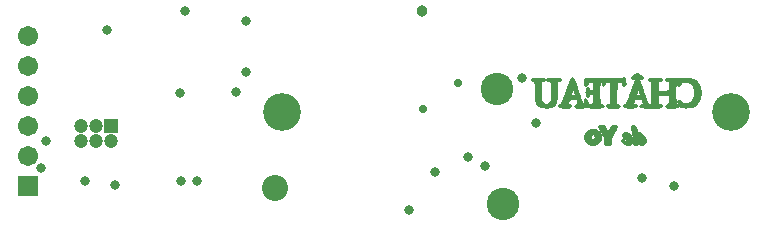
<source format=gbs>
G04 Layer_Color=16711935*
%FSLAX25Y25*%
%MOIN*%
G70*
G01*
G75*
%ADD27C,0.01000*%
%ADD65C,0.12611*%
%ADD66C,0.08674*%
%ADD67R,0.06706X0.06706*%
%ADD68C,0.06706*%
%ADD69C,0.04737*%
%ADD70R,0.04737X0.04737*%
%ADD71C,0.03300*%
%ADD72C,0.10800*%
%ADD73C,0.03800*%
%ADD74C,0.02800*%
D27*
X308200Y152200D02*
X308500D01*
X308800Y129600D02*
X310900D01*
X309600Y129700D02*
X310900D01*
X309700Y129800D02*
X310900D01*
X307900Y152000D02*
X308800D01*
X293300Y128900D02*
X293900D01*
X304800D02*
X305700D01*
X307700D02*
X308200D01*
X309700D02*
X310300D01*
X292800Y129000D02*
X294400D01*
X297800D02*
X299300D01*
X304600D02*
X305900D01*
X307500D02*
X308300D01*
X309500D02*
X310500D01*
X292500Y129100D02*
X294700D01*
X297800D02*
X299400D01*
X304400D02*
X306100D01*
X307300D02*
X308400D01*
X309400D02*
X310600D01*
X292300Y129200D02*
X294900D01*
X297800D02*
X299300D01*
X304200D02*
X306200D01*
X307200D02*
X308500D01*
X309200D02*
X310700D01*
X292100Y129300D02*
X295100D01*
X297800D02*
X299300D01*
X304100D02*
X306300D01*
X307100D02*
X308500D01*
X309100D02*
X310700D01*
X292000Y129400D02*
X295300D01*
X297800D02*
X299300D01*
X303900D02*
X306400D01*
X307000D02*
X308500D01*
X309000D02*
X310800D01*
X291800Y129500D02*
X295400D01*
X297800D02*
X299300D01*
X303800D02*
X306400D01*
X306900D02*
X308600D01*
X308900D02*
X310800D01*
X291700Y129600D02*
X295500D01*
X297800D02*
X299300D01*
X303700D02*
X304500D01*
X304900D02*
X306500D01*
X306800D02*
X308600D01*
X291600Y129700D02*
X295600D01*
X297800D02*
X299300D01*
X303600D02*
X304200D01*
X305200D02*
X306500D01*
X306700D02*
X307300D01*
X307400D02*
X308600D01*
X308800D02*
X309400D01*
X291600Y129800D02*
X295600D01*
X297800D02*
X299300D01*
X303500D02*
X304100D01*
X305300D02*
X306500D01*
X306600D02*
X307100D01*
X307500D02*
X308600D01*
X308700D02*
X309200D01*
X291500Y129900D02*
X295700D01*
X297800D02*
X299300D01*
X303400D02*
X304000D01*
X305400D02*
X307000D01*
X307600D02*
X309000D01*
X309800D02*
X310900D01*
X291400Y130000D02*
X295800D01*
X297800D02*
X299300D01*
X303400D02*
X303800D01*
X305400D02*
X306900D01*
X307600D02*
X309000D01*
X309800D02*
X310900D01*
X291400Y130100D02*
X293400D01*
X293800D02*
X295800D01*
X297800D02*
X299300D01*
X303400D02*
X303700D01*
X305500D02*
X306800D01*
X307600D02*
X308900D01*
X309800D02*
X310900D01*
X291300Y130200D02*
X293100D01*
X294100D02*
X295900D01*
X297800D02*
X299300D01*
X303400D02*
X303600D01*
X305500D02*
X306700D01*
X307600D02*
X308800D01*
X309800D02*
X310900D01*
X291300Y130300D02*
X293000D01*
X294200D02*
X295900D01*
X297800D02*
X299300D01*
X303400D02*
X303500D01*
X305500D02*
X306600D01*
X307600D02*
X308800D01*
X309800D02*
X310900D01*
X291200Y130400D02*
X292900D01*
X294300D02*
X296000D01*
X297800D02*
X299300D01*
X305300D02*
X306500D01*
X307500D02*
X308700D01*
X309800D02*
X310900D01*
X291200Y130500D02*
X292800D01*
X294400D02*
X296000D01*
X297800D02*
X299300D01*
X305000D02*
X306500D01*
X307500D02*
X308700D01*
X309800D02*
X310900D01*
X291200Y130600D02*
X292800D01*
X294500D02*
X296000D01*
X297800D02*
X299300D01*
X304800D02*
X306500D01*
X307500D02*
X308600D01*
X309800D02*
X310900D01*
X291200Y130700D02*
X292700D01*
X294500D02*
X296100D01*
X297800D02*
X299300D01*
X304600D02*
X305500D01*
X305600D02*
X306500D01*
X307500D02*
X308600D01*
X309700D02*
X310800D01*
X291100Y130800D02*
X292700D01*
X294500D02*
X296100D01*
X297800D02*
X299300D01*
X304400D02*
X305200D01*
X305600D02*
X306500D01*
X307500D02*
X308500D01*
X309700D02*
X310800D01*
X291100Y130900D02*
X292700D01*
X294600D02*
X296100D01*
X297800D02*
X299400D01*
X304200D02*
X305000D01*
X305500D02*
X306400D01*
X307500D02*
X308500D01*
X309700D02*
X310800D01*
X291100Y131000D02*
X292600D01*
X294600D02*
X296100D01*
X297700D02*
X299400D01*
X304100D02*
X304900D01*
X305500D02*
X306400D01*
X307400D02*
X308500D01*
X309700D02*
X310700D01*
X291100Y131100D02*
X292600D01*
X294600D02*
X296100D01*
X297700D02*
X299500D01*
X304000D02*
X304800D01*
X305500D02*
X306400D01*
X307400D02*
X308500D01*
X309600D02*
X310700D01*
X291100Y131200D02*
X292600D01*
X294600D02*
X296100D01*
X297600D02*
X299600D01*
X303900D02*
X304700D01*
X305500D02*
X306300D01*
X307400D02*
X308400D01*
X309600D02*
X310600D01*
X291100Y131300D02*
X292600D01*
X294600D02*
X296100D01*
X297600D02*
X299600D01*
X303900D02*
X304700D01*
X305500D02*
X306300D01*
X307400D02*
X308400D01*
X309500D02*
X310500D01*
X291100Y131400D02*
X292600D01*
X294600D02*
X296100D01*
X297500D02*
X299700D01*
X303800D02*
X304600D01*
X305500D02*
X306200D01*
X307400D02*
X308400D01*
X309500D02*
X310500D01*
X291100Y131500D02*
X292700D01*
X294600D02*
X296100D01*
X297500D02*
X299700D01*
X303800D02*
X304600D01*
X305400D02*
X306100D01*
X307300D02*
X308400D01*
X309400D02*
X310400D01*
X291100Y131600D02*
X292700D01*
X294500D02*
X296100D01*
X297400D02*
X299800D01*
X303700D02*
X304600D01*
X305400D02*
X306100D01*
X307300D02*
X308400D01*
X309400D02*
X310300D01*
X291200Y131700D02*
X292700D01*
X294500D02*
X296100D01*
X297400D02*
X299800D01*
X303700D02*
X304600D01*
X305300D02*
X306000D01*
X307300D02*
X308400D01*
X309300D02*
X310200D01*
X291200Y131800D02*
X292700D01*
X294500D02*
X296000D01*
X297300D02*
X299900D01*
X303700D02*
X304600D01*
X305200D02*
X305900D01*
X307300D02*
X308400D01*
X309200D02*
X310200D01*
X291200Y131900D02*
X292800D01*
X294400D02*
X296000D01*
X297200D02*
X299900D01*
X303800D02*
X304600D01*
X305200D02*
X305800D01*
X307200D02*
X308500D01*
X309200D02*
X310100D01*
X291200Y132000D02*
X292900D01*
X294300D02*
X296000D01*
X297200D02*
X300000D01*
X303800D02*
X304600D01*
X305100D02*
X305700D01*
X307200D02*
X308500D01*
X309000D02*
X309900D01*
X291300Y132100D02*
X293000D01*
X294300D02*
X296000D01*
X297100D02*
X300000D01*
X303800D02*
X305600D01*
X307200D02*
X309800D01*
X291300Y132200D02*
X293100D01*
X294100D02*
X295900D01*
X297100D02*
X300100D01*
X303900D02*
X305400D01*
X307200D02*
X309700D01*
X291400Y132300D02*
X293300D01*
X293900D02*
X295900D01*
X297000D02*
X300200D01*
X304000D02*
X305300D01*
X307200D02*
X308200D01*
X308300D02*
X309500D01*
X291400Y132400D02*
X295800D01*
X297000D02*
X298500D01*
X298600D02*
X300200D01*
X304200D02*
X305000D01*
X307100D02*
X308200D01*
X308500D02*
X309300D01*
X291500Y132500D02*
X295800D01*
X296900D02*
X298500D01*
X298700D02*
X300300D01*
X307100D02*
X308200D01*
X291500Y132600D02*
X295700D01*
X296900D02*
X298400D01*
X298700D02*
X300300D01*
X307100D02*
X308100D01*
X291600Y132700D02*
X295600D01*
X296800D02*
X298400D01*
X298800D02*
X300400D01*
X307100D02*
X308100D01*
X291700Y132800D02*
X295500D01*
X296800D02*
X298300D01*
X298800D02*
X300400D01*
X307000D02*
X308100D01*
X291800Y132900D02*
X295400D01*
X296700D02*
X298300D01*
X298900D02*
X300500D01*
X307000D02*
X308100D01*
X291900Y133000D02*
X295300D01*
X296700D02*
X298200D01*
X299000D02*
X300500D01*
X307000D02*
X308100D01*
X292000Y133100D02*
X295200D01*
X296600D02*
X298200D01*
X299000D02*
X300600D01*
X307000D02*
X308000D01*
X292200Y133200D02*
X295000D01*
X296600D02*
X298100D01*
X299100D02*
X300600D01*
X306900D02*
X308000D01*
X292400Y133300D02*
X294800D01*
X296500D02*
X298100D01*
X299100D02*
X300700D01*
X306900D02*
X308000D01*
X292600Y133400D02*
X294600D01*
X296400D02*
X298000D01*
X299200D02*
X300700D01*
X306900D02*
X308000D01*
X293000Y133500D02*
X294200D01*
X296400D02*
X297900D01*
X299200D02*
X300800D01*
X306900D02*
X307900D01*
X296300Y133600D02*
X297900D01*
X299300D02*
X300900D01*
X306800D02*
X307900D01*
X296300Y133700D02*
X297800D01*
X299300D02*
X300900D01*
X306800D02*
X307900D01*
X296200Y133800D02*
X297800D01*
X299400D02*
X301000D01*
X306800D02*
X307900D01*
X296200Y133900D02*
X297700D01*
X299500D02*
X301000D01*
X306800D02*
X307800D01*
X296100Y134000D02*
X297700D01*
X299500D02*
X301100D01*
X306700D02*
X307800D01*
X296100Y134100D02*
X297600D01*
X299600D02*
X301100D01*
X306700D02*
X307800D01*
X296000Y134200D02*
X297600D01*
X299600D02*
X301200D01*
X306700D02*
X307800D01*
X296000Y134300D02*
X297500D01*
X299700D02*
X301200D01*
X306700D02*
X307700D01*
X295900Y134400D02*
X297500D01*
X299700D02*
X301300D01*
X306600D02*
X307700D01*
X295900Y134500D02*
X297400D01*
X299800D02*
X301300D01*
X306600D02*
X307700D01*
X295800Y134600D02*
X297400D01*
X299800D02*
X301400D01*
X306600D02*
X307700D01*
X295700Y134700D02*
X297300D01*
X299900D02*
X301500D01*
X306600D02*
X307400D01*
X295700Y134800D02*
X297200D01*
X299900D02*
X301500D01*
X306600D02*
X306800D01*
X277700Y141300D02*
X278600D01*
X283300D02*
X285800D01*
X288200D02*
X290400D01*
X292600D02*
X296000D01*
X298800D02*
X302100D01*
X304900D02*
X306900D01*
X310700D02*
X315600D01*
X318400D02*
X321200D01*
X324300D02*
X324800D01*
X276800Y141400D02*
X279400D01*
X282600D02*
X286200D01*
X287900D02*
X290700D01*
X291200D02*
X296800D01*
X298400D02*
X302400D01*
X304200D02*
X307800D01*
X309800D02*
X316300D01*
X318100D02*
X321800D01*
X323100D02*
X326100D01*
X276400Y141500D02*
X279700D01*
X282300D02*
X286200D01*
X287800D02*
X290800D01*
X291200D02*
X296900D01*
X298400D02*
X302500D01*
X304100D02*
X308000D01*
X309500D02*
X316500D01*
X318100D02*
X321900D01*
X322900D02*
X326600D01*
X276100Y141600D02*
X279900D01*
X282300D02*
X286100D01*
X287800D02*
X290800D01*
X291200D02*
X296800D01*
X298400D02*
X302400D01*
X304100D02*
X308000D01*
X309600D02*
X316500D01*
X318200D02*
X321800D01*
X322800D02*
X326900D01*
X275800Y141700D02*
X280100D01*
X282400D02*
X286000D01*
X288000D02*
X290700D01*
X291200D02*
X296600D01*
X298500D02*
X302200D01*
X304200D02*
X307900D01*
X309800D02*
X316300D01*
X318300D02*
X321700D01*
X322700D02*
X327100D01*
X275700Y141800D02*
X280300D01*
X282800D02*
X285700D01*
X288600D02*
X290300D01*
X291200D02*
X296200D01*
X298800D02*
X302000D01*
X304400D02*
X307200D01*
X310200D02*
X312300D01*
X312800D02*
X316000D01*
X318600D02*
X321500D01*
X322600D02*
X327300D01*
X275500Y141900D02*
X280400D01*
X283000D02*
X285300D01*
X288700D02*
X290200D01*
X291200D02*
X296000D01*
X299200D02*
X301500D01*
X304700D02*
X307000D01*
X310400D02*
X312100D01*
X313200D02*
X315600D01*
X318900D02*
X321300D01*
X322600D02*
X327400D01*
X275400Y142000D02*
X277800D01*
X278100D02*
X280600D01*
X283100D02*
X285100D01*
X288800D02*
X290100D01*
X291200D02*
X292300D01*
X293000D02*
X295900D01*
X299600D02*
X301200D01*
X304800D02*
X306900D01*
X310500D02*
X312000D01*
X313500D02*
X315100D01*
X319000D02*
X321200D01*
X322500D02*
X327600D01*
X275300Y142100D02*
X277400D01*
X278600D02*
X280700D01*
X283100D02*
X285000D01*
X288800D02*
X290000D01*
X291200D02*
X292000D01*
X293500D02*
X295800D01*
X299700D02*
X301200D01*
X304900D02*
X306800D01*
X310500D02*
X311900D01*
X313500D02*
X315000D01*
X319100D02*
X321200D01*
X322500D02*
X327700D01*
X275200Y142200D02*
X277200D01*
X278800D02*
X280800D01*
X283200D02*
X285000D01*
X288800D02*
X290000D01*
X291200D02*
X291900D01*
X293700D02*
X295800D01*
X299700D02*
X301200D01*
X305000D02*
X306800D01*
X310600D02*
X311800D01*
X313500D02*
X315000D01*
X319200D02*
X321100D01*
X322400D02*
X323900D01*
X325200D02*
X327800D01*
X275200Y142300D02*
X277000D01*
X279000D02*
X280800D01*
X283300D02*
X284900D01*
X288800D02*
X289900D01*
X291200D02*
X291800D01*
X293800D02*
X295800D01*
X299700D02*
X301200D01*
X305000D02*
X306800D01*
X310600D02*
X311700D01*
X313500D02*
X315000D01*
X319200D02*
X321100D01*
X322400D02*
X323600D01*
X325600D02*
X327900D01*
X275100Y142400D02*
X276900D01*
X279100D02*
X280900D01*
X283300D02*
X285000D01*
X288900D02*
X289900D01*
X291200D02*
X291800D01*
X293900D02*
X295700D01*
X299700D02*
X301200D01*
X305100D02*
X306800D01*
X310600D02*
X311700D01*
X313500D02*
X315000D01*
X319200D02*
X321100D01*
X322300D02*
X323400D01*
X325800D02*
X328000D01*
X275100Y142500D02*
X276700D01*
X279200D02*
X281000D01*
X283400D02*
X285000D01*
X288900D02*
X289800D01*
X291100D02*
X291700D01*
X294000D02*
X295700D01*
X299700D02*
X301200D01*
X305100D02*
X306800D01*
X310600D02*
X311600D01*
X313500D02*
X315000D01*
X319300D02*
X321000D01*
X322300D02*
X323200D01*
X326000D02*
X328100D01*
X275000Y142600D02*
X276600D01*
X279400D02*
X281000D01*
X283400D02*
X285000D01*
X288800D02*
X289800D01*
X291100D02*
X291600D01*
X294000D02*
X295700D01*
X299700D02*
X301200D01*
X305200D02*
X306800D01*
X310600D02*
X311500D01*
X313500D02*
X315000D01*
X319300D02*
X321000D01*
X322300D02*
X323100D01*
X326100D02*
X328200D01*
X275000Y142700D02*
X276600D01*
X279500D02*
X281000D01*
X283500D02*
X285000D01*
X288800D02*
X289700D01*
X291100D02*
X291600D01*
X294100D02*
X295700D01*
X299700D02*
X301200D01*
X305200D02*
X306800D01*
X310600D02*
X311500D01*
X313500D02*
X315000D01*
X319300D02*
X321000D01*
X322200D02*
X322900D01*
X326300D02*
X328300D01*
X274900Y142800D02*
X276500D01*
X279600D02*
X281100D01*
X283500D02*
X285100D01*
X288800D02*
X289700D01*
X291100D02*
X291600D01*
X294100D02*
X295700D01*
X299700D02*
X301200D01*
X305300D02*
X306800D01*
X310600D02*
X311400D01*
X313500D02*
X315000D01*
X319300D02*
X321000D01*
X322200D02*
X322800D01*
X326400D02*
X328400D01*
X274900Y142900D02*
X276400D01*
X279600D02*
X281100D01*
X283600D02*
X285100D01*
X288800D02*
X289600D01*
X291100D02*
X291500D01*
X294100D02*
X295700D01*
X299700D02*
X301200D01*
X305300D02*
X306900D01*
X310600D02*
X311400D01*
X313500D02*
X315000D01*
X319300D02*
X320900D01*
X322200D02*
X322700D01*
X326500D02*
X328400D01*
X274900Y143000D02*
X276300D01*
X279700D02*
X281100D01*
X283600D02*
X285200D01*
X288800D02*
X289600D01*
X291100D02*
X291500D01*
X294100D02*
X295600D01*
X299700D02*
X301200D01*
X305300D02*
X306900D01*
X310500D02*
X311400D01*
X313500D02*
X315000D01*
X319400D02*
X320900D01*
X322200D02*
X322600D01*
X326600D02*
X328500D01*
X274900Y143100D02*
X276300D01*
X279800D02*
X281200D01*
X283700D02*
X285200D01*
X288800D02*
X289600D01*
X291100D02*
X291400D01*
X294100D02*
X295600D01*
X299700D02*
X301200D01*
X305400D02*
X306900D01*
X310500D02*
X311300D01*
X313500D02*
X315000D01*
X319400D02*
X320900D01*
X322200D02*
X322600D01*
X326700D02*
X328600D01*
X274800Y143200D02*
X276200D01*
X279800D02*
X281200D01*
X283700D02*
X285200D01*
X288700D02*
X289500D01*
X291100D02*
X291400D01*
X294100D02*
X295600D01*
X299700D02*
X301200D01*
X305400D02*
X307000D01*
X310500D02*
X311300D01*
X313500D02*
X315000D01*
X319400D02*
X320900D01*
X322200D02*
X322400D01*
X326800D02*
X328600D01*
X274800Y143300D02*
X276200D01*
X279800D02*
X281200D01*
X283800D02*
X285300D01*
X288700D02*
X289500D01*
X291100D02*
X291300D01*
X294200D02*
X295600D01*
X299700D02*
X301200D01*
X305500D02*
X307000D01*
X310400D02*
X311200D01*
X313500D02*
X315000D01*
X319400D02*
X320900D01*
X326900D02*
X328700D01*
X274800Y143400D02*
X276200D01*
X279900D02*
X281200D01*
X283800D02*
X285300D01*
X288700D02*
X289400D01*
X291100D02*
X291300D01*
X294200D02*
X295600D01*
X299700D02*
X301200D01*
X305500D02*
X307000D01*
X310400D02*
X311200D01*
X313500D02*
X315000D01*
X319400D02*
X320900D01*
X327000D02*
X328700D01*
X274800Y143500D02*
X276200D01*
X279900D02*
X281200D01*
X283800D02*
X285400D01*
X288600D02*
X289400D01*
X291100D02*
X291300D01*
X294200D02*
X295600D01*
X299700D02*
X301200D01*
X305500D02*
X307000D01*
X310300D02*
X311100D01*
X313500D02*
X315000D01*
X319400D02*
X320900D01*
X327000D02*
X328800D01*
X274800Y143600D02*
X276200D01*
X279900D02*
X281200D01*
X283900D02*
X285400D01*
X288600D02*
X289400D01*
X291100D02*
X291200D01*
X294200D02*
X295600D01*
X299700D02*
X301200D01*
X305600D02*
X307100D01*
X310300D02*
X311100D01*
X313500D02*
X315000D01*
X319400D02*
X320900D01*
X327100D02*
X328800D01*
X274700Y143700D02*
X276100D01*
X279900D02*
X281300D01*
X283900D02*
X285500D01*
X288600D02*
X289300D01*
X291100D02*
X291200D01*
X294200D02*
X295600D01*
X299700D02*
X301200D01*
X305600D02*
X307100D01*
X310200D02*
X311100D01*
X313500D02*
X315000D01*
X319400D02*
X320900D01*
X327200D02*
X328900D01*
X274700Y143800D02*
X276100D01*
X280000D02*
X281300D01*
X284000D02*
X285600D01*
X288600D02*
X289300D01*
X294200D02*
X295600D01*
X299700D02*
X301200D01*
X305600D02*
X307100D01*
X310200D02*
X311000D01*
X313500D02*
X315000D01*
X319400D02*
X320800D01*
X327200D02*
X328900D01*
X274700Y143900D02*
X276100D01*
X280000D02*
X281300D01*
X284000D02*
X285700D01*
X288500D02*
X289300D01*
X294200D02*
X295500D01*
X299700D02*
X301200D01*
X305700D02*
X307200D01*
X310100D02*
X311000D01*
X313500D02*
X315000D01*
X319500D02*
X320800D01*
X327300D02*
X329000D01*
X274700Y144000D02*
X276100D01*
X280000D02*
X281300D01*
X284000D02*
X285900D01*
X288500D02*
X289200D01*
X294200D02*
X295500D01*
X299700D02*
X301200D01*
X305700D02*
X307200D01*
X310000D02*
X311000D01*
X313500D02*
X315000D01*
X319500D02*
X320800D01*
X327300D02*
X329000D01*
X274700Y144100D02*
X276100D01*
X280000D02*
X281300D01*
X284100D02*
X286900D01*
X288500D02*
X289200D01*
X294200D02*
X295500D01*
X299700D02*
X301200D01*
X305800D02*
X308400D01*
X309900D02*
X310900D01*
X313500D02*
X315000D01*
X319500D02*
X320800D01*
X327400D02*
X329000D01*
X274700Y144200D02*
X276100D01*
X280000D02*
X281300D01*
X284100D02*
X289200D01*
X294200D02*
X295500D01*
X299700D02*
X301200D01*
X305800D02*
X310900D01*
X313500D02*
X315000D01*
X319500D02*
X320800D01*
X327400D02*
X329100D01*
X274700Y144300D02*
X276100D01*
X280000D02*
X281300D01*
X284200D02*
X289100D01*
X294200D02*
X295500D01*
X299700D02*
X301200D01*
X305800D02*
X310800D01*
X313500D02*
X315000D01*
X319500D02*
X320800D01*
X327500D02*
X329100D01*
X274700Y144400D02*
X276100D01*
X280000D02*
X281300D01*
X284200D02*
X289100D01*
X294200D02*
X295500D01*
X299700D02*
X301200D01*
X305900D02*
X310800D01*
X313500D02*
X315000D01*
X319500D02*
X320800D01*
X327500D02*
X329100D01*
X274700Y144500D02*
X276100D01*
X280000D02*
X281300D01*
X284200D02*
X289100D01*
X294200D02*
X295500D01*
X299700D02*
X301200D01*
X305900D02*
X310800D01*
X313500D02*
X315000D01*
X319500D02*
X320800D01*
X327500D02*
X329100D01*
X274600Y144600D02*
X276100D01*
X280000D02*
X281300D01*
X284300D02*
X289000D01*
X294200D02*
X295500D01*
X299700D02*
X301200D01*
X305900D02*
X310700D01*
X313500D02*
X315000D01*
X319500D02*
X320800D01*
X327600D02*
X329200D01*
X274600Y144700D02*
X276100D01*
X280000D02*
X281300D01*
X284300D02*
X289000D01*
X291800D02*
X292000D01*
X294200D02*
X295500D01*
X299700D02*
X301200D01*
X306000D02*
X310700D01*
X313500D02*
X315000D01*
X319500D02*
X320800D01*
X327600D02*
X329200D01*
X274600Y144800D02*
X276100D01*
X280000D02*
X281300D01*
X284300D02*
X289000D01*
X291700D02*
X292100D01*
X294200D02*
X295500D01*
X299700D02*
X301200D01*
X306000D02*
X309100D01*
X309400D02*
X310700D01*
X313500D02*
X315000D01*
X319500D02*
X320800D01*
X327600D02*
X329200D01*
X274600Y144900D02*
X276100D01*
X280000D02*
X281300D01*
X284400D02*
X286200D01*
X287900D02*
X288900D01*
X291700D02*
X292100D01*
X294200D02*
X295500D01*
X299700D02*
X301200D01*
X306000D02*
X308100D01*
X309900D02*
X310600D01*
X313500D02*
X315000D01*
X319500D02*
X320800D01*
X327700D02*
X329200D01*
X274600Y145000D02*
X276100D01*
X280000D02*
X281300D01*
X284400D02*
X285900D01*
X288100D02*
X288900D01*
X291700D02*
X292100D01*
X294200D02*
X295500D01*
X299700D02*
X301200D01*
X306100D02*
X307700D01*
X309900D02*
X310600D01*
X313500D02*
X315000D01*
X319500D02*
X320800D01*
X327700D02*
X329200D01*
X274600Y145100D02*
X276100D01*
X280000D02*
X281300D01*
X284400D02*
X285900D01*
X288100D02*
X288900D01*
X291600D02*
X292100D01*
X294200D02*
X295500D01*
X299700D02*
X301200D01*
X306100D02*
X307600D01*
X309800D02*
X310600D01*
X313500D02*
X315000D01*
X319500D02*
X320800D01*
X327700D02*
X329300D01*
X274600Y145200D02*
X276100D01*
X280000D02*
X281300D01*
X284500D02*
X285900D01*
X288100D02*
X288800D01*
X291600D02*
X292100D01*
X294200D02*
X295500D01*
X299700D02*
X301200D01*
X306200D02*
X307600D01*
X309800D02*
X310500D01*
X313500D02*
X315000D01*
X319500D02*
X320800D01*
X327700D02*
X329300D01*
X274600Y145300D02*
X276100D01*
X280000D02*
X281300D01*
X284500D02*
X285900D01*
X288100D02*
X288800D01*
X291600D02*
X292200D01*
X294200D02*
X295500D01*
X299700D02*
X301200D01*
X306200D02*
X307700D01*
X309800D02*
X310500D01*
X313500D02*
X315000D01*
X319500D02*
X320800D01*
X327700D02*
X329300D01*
X274600Y145400D02*
X276100D01*
X280100D02*
X281300D01*
X284600D02*
X286000D01*
X288000D02*
X288800D01*
X291600D02*
X292200D01*
X294200D02*
X295500D01*
X299700D02*
X301200D01*
X306200D02*
X307700D01*
X309700D02*
X310500D01*
X313500D02*
X315000D01*
X319500D02*
X320800D01*
X327800D02*
X329300D01*
X274600Y145500D02*
X276100D01*
X280100D02*
X281300D01*
X284600D02*
X286000D01*
X288000D02*
X288700D01*
X291600D02*
X292300D01*
X294200D02*
X295500D01*
X299700D02*
X301200D01*
X306300D02*
X307700D01*
X309700D02*
X310400D01*
X313500D02*
X315000D01*
X319500D02*
X320800D01*
X327800D02*
X329300D01*
X274600Y145600D02*
X276100D01*
X280100D02*
X281300D01*
X284600D02*
X286000D01*
X288000D02*
X288700D01*
X291600D02*
X292500D01*
X294200D02*
X295500D01*
X299700D02*
X301200D01*
X306300D02*
X307700D01*
X309700D02*
X310400D01*
X313500D02*
X320800D01*
X327800D02*
X329300D01*
X274600Y145700D02*
X276100D01*
X280100D02*
X281300D01*
X284700D02*
X286100D01*
X287900D02*
X288700D01*
X291600D02*
X293200D01*
X294200D02*
X295500D01*
X299700D02*
X301200D01*
X306300D02*
X307800D01*
X309600D02*
X310400D01*
X313500D02*
X320800D01*
X327800D02*
X329300D01*
X274600Y145800D02*
X276100D01*
X280100D02*
X281300D01*
X284700D02*
X286100D01*
X287900D02*
X288600D01*
X291600D02*
X295500D01*
X299700D02*
X301200D01*
X306400D02*
X307800D01*
X309600D02*
X310300D01*
X313500D02*
X320800D01*
X327800D02*
X329300D01*
X274600Y145900D02*
X276100D01*
X280100D02*
X281300D01*
X284700D02*
X286100D01*
X287900D02*
X288600D01*
X291600D02*
X295500D01*
X299700D02*
X301200D01*
X306400D02*
X307800D01*
X309600D02*
X310300D01*
X313500D02*
X320800D01*
X327800D02*
X329300D01*
X274600Y146000D02*
X276100D01*
X280100D02*
X281300D01*
X284800D02*
X286200D01*
X287800D02*
X288600D01*
X291600D02*
X295500D01*
X299700D02*
X301200D01*
X306400D02*
X307900D01*
X309500D02*
X310300D01*
X313500D02*
X320800D01*
X327800D02*
X329300D01*
X274600Y146100D02*
X276100D01*
X280100D02*
X281300D01*
X284800D02*
X286200D01*
X287800D02*
X288500D01*
X291600D02*
X295500D01*
X299700D02*
X301200D01*
X306500D02*
X307900D01*
X309500D02*
X310200D01*
X313500D02*
X320800D01*
X327800D02*
X329300D01*
X274600Y146200D02*
X276100D01*
X280100D02*
X281300D01*
X284800D02*
X286200D01*
X287800D02*
X288500D01*
X291500D02*
X295500D01*
X299700D02*
X301200D01*
X306500D02*
X307900D01*
X309500D02*
X310200D01*
X313500D02*
X320800D01*
X327800D02*
X329300D01*
X274600Y146300D02*
X276100D01*
X280100D02*
X281300D01*
X284900D02*
X286300D01*
X287700D02*
X288500D01*
X291600D02*
X295500D01*
X299700D02*
X301200D01*
X306500D02*
X308000D01*
X309400D02*
X310200D01*
X313500D02*
X315000D01*
X316100D02*
X320800D01*
X327800D02*
X329300D01*
X274600Y146400D02*
X276100D01*
X280100D02*
X281300D01*
X284900D02*
X286300D01*
X287700D02*
X288400D01*
X291600D02*
X295500D01*
X299700D02*
X301200D01*
X306600D02*
X308000D01*
X309400D02*
X310100D01*
X313500D02*
X315000D01*
X318500D02*
X320800D01*
X327800D02*
X329300D01*
X274600Y146500D02*
X276100D01*
X280100D02*
X281300D01*
X284900D02*
X286300D01*
X287700D02*
X288400D01*
X291600D02*
X295500D01*
X299700D02*
X301200D01*
X306600D02*
X308100D01*
X309400D02*
X310100D01*
X313500D02*
X315000D01*
X319100D02*
X320800D01*
X327800D02*
X329300D01*
X274600Y146600D02*
X276100D01*
X280000D02*
X281300D01*
X285000D02*
X286400D01*
X287700D02*
X288400D01*
X291600D02*
X292500D01*
X294200D02*
X295500D01*
X299700D02*
X301200D01*
X306600D02*
X308100D01*
X309300D02*
X310100D01*
X313500D02*
X315000D01*
X319300D02*
X320800D01*
X327800D02*
X329300D01*
X274600Y146700D02*
X276100D01*
X280000D02*
X281300D01*
X285000D02*
X286400D01*
X287600D02*
X288300D01*
X291600D02*
X292300D01*
X294200D02*
X295500D01*
X299700D02*
X301200D01*
X306700D02*
X308100D01*
X309300D02*
X310000D01*
X313500D02*
X315000D01*
X319400D02*
X320800D01*
X327700D02*
X329300D01*
X274600Y146800D02*
X276100D01*
X280000D02*
X281300D01*
X285000D02*
X286500D01*
X287600D02*
X288300D01*
X291600D02*
X292200D01*
X294200D02*
X295500D01*
X299700D02*
X301200D01*
X306700D02*
X308200D01*
X309300D02*
X310000D01*
X313500D02*
X315000D01*
X319400D02*
X320800D01*
X327700D02*
X329300D01*
X274600Y146900D02*
X276100D01*
X280000D02*
X281300D01*
X285100D02*
X286500D01*
X287600D02*
X288300D01*
X291600D02*
X292200D01*
X294200D02*
X295500D01*
X299700D02*
X301200D01*
X306800D02*
X308200D01*
X309200D02*
X310000D01*
X313500D02*
X315000D01*
X319500D02*
X320800D01*
X327700D02*
X329200D01*
X274600Y147000D02*
X276100D01*
X280000D02*
X281300D01*
X285100D02*
X286500D01*
X287500D02*
X288200D01*
X291600D02*
X292200D01*
X294200D02*
X295500D01*
X299700D02*
X301200D01*
X306800D02*
X308300D01*
X309200D02*
X309900D01*
X313500D02*
X315000D01*
X319500D02*
X320800D01*
X327700D02*
X329200D01*
X274600Y147100D02*
X276100D01*
X280000D02*
X281300D01*
X285200D02*
X286600D01*
X287500D02*
X288200D01*
X291600D02*
X292100D01*
X294200D02*
X295500D01*
X299700D02*
X301200D01*
X306800D02*
X308300D01*
X309200D02*
X309900D01*
X313500D02*
X315000D01*
X319500D02*
X320800D01*
X327700D02*
X329200D01*
X274600Y147200D02*
X276100D01*
X280000D02*
X281300D01*
X285200D02*
X286600D01*
X287500D02*
X288200D01*
X291700D02*
X292100D01*
X294200D02*
X295500D01*
X299700D02*
X301300D01*
X306900D02*
X308300D01*
X309100D02*
X309900D01*
X313500D02*
X315000D01*
X319500D02*
X320800D01*
X327600D02*
X329200D01*
X274600Y147300D02*
X276100D01*
X280000D02*
X281300D01*
X285200D02*
X286700D01*
X287400D02*
X288100D01*
X291700D02*
X292000D01*
X294200D02*
X295500D01*
X299700D02*
X301300D01*
X306900D02*
X308400D01*
X309100D02*
X309800D01*
X313500D02*
X315000D01*
X319500D02*
X320800D01*
X327600D02*
X329200D01*
X274600Y147400D02*
X276100D01*
X280000D02*
X281300D01*
X285300D02*
X286700D01*
X287400D02*
X288100D01*
X291700D02*
X292000D01*
X294200D02*
X295500D01*
X299700D02*
X301300D01*
X306900D02*
X308400D01*
X309000D02*
X309800D01*
X313500D02*
X315000D01*
X319500D02*
X320800D01*
X327600D02*
X329100D01*
X274600Y147500D02*
X276100D01*
X280000D02*
X281300D01*
X285300D02*
X286700D01*
X287300D02*
X288100D01*
X294200D02*
X295500D01*
X299700D02*
X301300D01*
X307000D02*
X308500D01*
X309000D02*
X309800D01*
X313500D02*
X315000D01*
X319500D02*
X320800D01*
X327600D02*
X329100D01*
X274600Y147600D02*
X276100D01*
X280000D02*
X281300D01*
X285300D02*
X286800D01*
X287300D02*
X288100D01*
X294200D02*
X295500D01*
X299700D02*
X301300D01*
X307000D02*
X308500D01*
X309000D02*
X309700D01*
X313500D02*
X315000D01*
X319500D02*
X320800D01*
X327500D02*
X329100D01*
X274600Y147700D02*
X276100D01*
X280000D02*
X281300D01*
X285400D02*
X286800D01*
X287300D02*
X288000D01*
X294100D02*
X295500D01*
X299700D02*
X301300D01*
X307000D02*
X308600D01*
X308900D02*
X309700D01*
X313500D02*
X315000D01*
X319500D02*
X320800D01*
X327500D02*
X329000D01*
X274600Y147800D02*
X276100D01*
X280000D02*
X281300D01*
X285400D02*
X286900D01*
X287200D02*
X288000D01*
X294100D02*
X295500D01*
X299700D02*
X301300D01*
X307100D02*
X308600D01*
X308900D02*
X309700D01*
X313500D02*
X315000D01*
X319500D02*
X320800D01*
X327500D02*
X329000D01*
X274600Y147900D02*
X276100D01*
X280000D02*
X281300D01*
X285400D02*
X286900D01*
X287200D02*
X288000D01*
X294100D02*
X295500D01*
X299700D02*
X301300D01*
X307100D02*
X308700D01*
X308800D02*
X309600D01*
X313500D02*
X315000D01*
X319500D02*
X320800D01*
X327400D02*
X329000D01*
X274600Y148000D02*
X276100D01*
X280000D02*
X281400D01*
X285500D02*
X287000D01*
X287100D02*
X287900D01*
X294100D02*
X295500D01*
X299700D02*
X301300D01*
X307100D02*
X309600D01*
X313500D02*
X315000D01*
X319500D02*
X320800D01*
X327400D02*
X328900D01*
X274600Y148100D02*
X276100D01*
X280000D02*
X281400D01*
X285500D02*
X287000D01*
X287100D02*
X287900D01*
X294100D02*
X295500D01*
X299700D02*
X301300D01*
X307200D02*
X309600D01*
X313500D02*
X315000D01*
X319500D02*
X320800D01*
X327300D02*
X328900D01*
X274600Y148200D02*
X276100D01*
X280000D02*
X281400D01*
X285500D02*
X287900D01*
X294100D02*
X295500D01*
X299700D02*
X301300D01*
X307200D02*
X309500D01*
X313500D02*
X315000D01*
X319500D02*
X320800D01*
X327300D02*
X328900D01*
X274600Y148300D02*
X276100D01*
X280000D02*
X281400D01*
X285600D02*
X287800D01*
X294100D02*
X295500D01*
X299700D02*
X301300D01*
X307300D02*
X309500D01*
X313500D02*
X315000D01*
X319500D02*
X320900D01*
X327300D02*
X328800D01*
X274600Y148400D02*
X276100D01*
X280000D02*
X281400D01*
X285600D02*
X287800D01*
X291300D02*
X291400D01*
X294100D02*
X295500D01*
X299700D02*
X301300D01*
X304000D02*
X304100D01*
X307300D02*
X309500D01*
X313500D02*
X315000D01*
X319500D02*
X320900D01*
X322300D02*
X322400D01*
X327200D02*
X328800D01*
X274600Y148500D02*
X276100D01*
X279900D02*
X281400D01*
X285700D02*
X287800D01*
X291200D02*
X291500D01*
X294100D02*
X295600D01*
X299700D02*
X301300D01*
X303900D02*
X304200D01*
X307300D02*
X309400D01*
X313500D02*
X315000D01*
X319400D02*
X320900D01*
X322200D02*
X322400D01*
X327200D02*
X328700D01*
X274600Y148600D02*
X276100D01*
X279900D02*
X281400D01*
X285700D02*
X287700D01*
X291200D02*
X291500D01*
X294100D02*
X295600D01*
X297000D02*
X297100D01*
X299700D02*
X301300D01*
X303800D02*
X304200D01*
X307400D02*
X309400D01*
X313500D02*
X315000D01*
X319400D02*
X320900D01*
X322200D02*
X322500D01*
X327100D02*
X328700D01*
X274600Y148700D02*
X276100D01*
X279900D02*
X281400D01*
X285700D02*
X287700D01*
X291100D02*
X291600D01*
X294100D02*
X295600D01*
X296900D02*
X297200D01*
X299700D02*
X301300D01*
X303800D02*
X304300D01*
X307400D02*
X309400D01*
X313500D02*
X315000D01*
X319400D02*
X320900D01*
X322200D02*
X322500D01*
X327000D02*
X328600D01*
X274600Y148800D02*
X276100D01*
X279900D02*
X281400D01*
X285800D02*
X287700D01*
X291100D02*
X291600D01*
X294100D02*
X295600D01*
X296900D02*
X297200D01*
X299700D02*
X301300D01*
X303700D02*
X304300D01*
X307500D02*
X309300D01*
X313500D02*
X315000D01*
X319400D02*
X320900D01*
X322200D02*
X322600D01*
X327000D02*
X328600D01*
X274600Y148900D02*
X276100D01*
X279900D02*
X281400D01*
X285800D02*
X287600D01*
X291100D02*
X291600D01*
X294100D02*
X295600D01*
X296900D02*
X297300D01*
X299700D02*
X301300D01*
X303700D02*
X304300D01*
X307500D02*
X309300D01*
X313500D02*
X315000D01*
X319400D02*
X320900D01*
X322200D02*
X322600D01*
X326900D02*
X328500D01*
X274600Y149000D02*
X276100D01*
X279900D02*
X281400D01*
X285800D02*
X287600D01*
X291100D02*
X291700D01*
X294100D02*
X295600D01*
X296900D02*
X297300D01*
X299700D02*
X301300D01*
X303700D02*
X304300D01*
X307500D02*
X309300D01*
X313500D02*
X315000D01*
X319400D02*
X320900D01*
X322200D02*
X322600D01*
X326800D02*
X328500D01*
X274600Y149100D02*
X276100D01*
X279900D02*
X281400D01*
X285900D02*
X287600D01*
X291100D02*
X291700D01*
X294100D02*
X295600D01*
X296900D02*
X297300D01*
X299700D02*
X301300D01*
X303600D02*
X304300D01*
X307600D02*
X309200D01*
X313500D02*
X315000D01*
X319400D02*
X320900D01*
X322200D02*
X322700D01*
X326700D02*
X328400D01*
X274500Y149200D02*
X276100D01*
X279900D02*
X281400D01*
X285900D02*
X287500D01*
X291100D02*
X291700D01*
X294100D02*
X295600D01*
X296900D02*
X297400D01*
X299700D02*
X301300D01*
X303600D02*
X304300D01*
X307600D02*
X309200D01*
X313500D02*
X315000D01*
X319300D02*
X320900D01*
X322200D02*
X322700D01*
X326600D02*
X328300D01*
X274500Y149300D02*
X276100D01*
X279900D02*
X281400D01*
X286000D02*
X287500D01*
X291100D02*
X291700D01*
X294100D02*
X295700D01*
X296900D02*
X297400D01*
X299700D02*
X301300D01*
X303600D02*
X304200D01*
X307700D02*
X309100D01*
X313500D02*
X315000D01*
X319300D02*
X320900D01*
X322200D02*
X322700D01*
X326400D02*
X328300D01*
X274500Y149400D02*
X276100D01*
X279800D02*
X281500D01*
X286000D02*
X287400D01*
X291100D02*
X291800D01*
X294100D02*
X295700D01*
X296800D02*
X297400D01*
X299700D02*
X301300D01*
X303600D02*
X304200D01*
X307700D02*
X309100D01*
X313500D02*
X315000D01*
X319300D02*
X320900D01*
X322200D02*
X322800D01*
X326300D02*
X328200D01*
X274500Y149500D02*
X276100D01*
X279800D02*
X281500D01*
X286000D02*
X287400D01*
X291100D02*
X291800D01*
X294100D02*
X295700D01*
X296800D02*
X297500D01*
X299700D02*
X301300D01*
X303500D02*
X304200D01*
X307700D02*
X309100D01*
X313500D02*
X315000D01*
X319300D02*
X320900D01*
X322200D02*
X322800D01*
X326100D02*
X328100D01*
X274500Y149600D02*
X276100D01*
X279800D02*
X281500D01*
X286100D02*
X287400D01*
X291100D02*
X291800D01*
X294100D02*
X295700D01*
X296800D02*
X297500D01*
X299700D02*
X301300D01*
X303500D02*
X304200D01*
X307800D02*
X309000D01*
X313500D02*
X315000D01*
X319300D02*
X321000D01*
X322200D02*
X322900D01*
X325800D02*
X328000D01*
X274500Y149700D02*
X276100D01*
X279800D02*
X281500D01*
X286100D02*
X287300D01*
X291100D02*
X291900D01*
X293800D02*
X295700D01*
X296800D02*
X297700D01*
X299700D02*
X301500D01*
X303400D02*
X304200D01*
X307800D02*
X309000D01*
X313400D02*
X315000D01*
X319200D02*
X321000D01*
X322200D02*
X323100D01*
X325400D02*
X327900D01*
X274500Y149800D02*
X276100D01*
X279700D02*
X281600D01*
X286100D02*
X287300D01*
X291100D02*
X295800D01*
X296800D02*
X298400D01*
X299700D02*
X304200D01*
X307900D02*
X308900D01*
X313400D02*
X315000D01*
X319200D02*
X321000D01*
X322200D02*
X323800D01*
X324500D02*
X327800D01*
X274400Y149900D02*
X276100D01*
X279700D02*
X281600D01*
X286200D02*
X287200D01*
X291200D02*
X295800D01*
X296700D02*
X304200D01*
X307900D02*
X308900D01*
X313400D02*
X315000D01*
X319200D02*
X321100D01*
X322200D02*
X327700D01*
X274400Y150000D02*
X276100D01*
X279600D02*
X281800D01*
X286200D02*
X287200D01*
X291200D02*
X296000D01*
X296600D02*
X304100D01*
X308000D02*
X308800D01*
X313300D02*
X315000D01*
X319000D02*
X321400D01*
X322200D02*
X327500D01*
X273800Y150100D02*
X277000D01*
X278900D02*
X282300D01*
X286300D02*
X287200D01*
X291200D02*
X304100D01*
X308000D02*
X308800D01*
X312800D02*
X316200D01*
X318300D02*
X321700D01*
X322200D02*
X327300D01*
X273600Y150200D02*
X277300D01*
X278600D02*
X282500D01*
X286300D02*
X287100D01*
X291200D02*
X304100D01*
X308100D02*
X308700D01*
X312600D02*
X316400D01*
X318100D02*
X321900D01*
X322100D02*
X327100D01*
X273500Y150300D02*
X277400D01*
X278500D02*
X282600D01*
X286300D02*
X287100D01*
X291200D02*
X304100D01*
X308200D02*
X308700D01*
X312500D02*
X316500D01*
X318100D02*
X322000D01*
X322100D02*
X326900D01*
X273500Y150400D02*
X277400D01*
X278500D02*
X282600D01*
X286400D02*
X287000D01*
X291200D02*
X304100D01*
X308200D02*
X308600D01*
X312500D02*
X316400D01*
X318200D02*
X321900D01*
X322100D02*
X326500D01*
X273800Y150500D02*
X277100D01*
X278800D02*
X282300D01*
X286400D02*
X287000D01*
X293000D02*
X304000D01*
X308300D02*
X308500D01*
X312800D02*
X316000D01*
X318500D02*
X321500D01*
X322100D02*
X326000D01*
X286500Y150600D02*
X286900D01*
X298400D02*
X304000D01*
X286600Y150700D02*
X286800D01*
X303800D02*
X303900D01*
X309800Y150800D02*
X310200D01*
X306700Y150900D02*
X307300D01*
X309500D02*
X310200D01*
X306700Y151000D02*
X307600D01*
X309300D02*
X310100D01*
X306800Y151100D02*
X307900D01*
X309000D02*
X310000D01*
X306900Y151200D02*
X308400D01*
X308600D02*
X309900D01*
X307000Y151300D02*
X309800D01*
X307100Y151400D02*
X309600D01*
X307300Y151500D02*
X309500D01*
X307400Y151600D02*
X309300D01*
X307500Y151700D02*
X309200D01*
X307600Y151800D02*
X309100D01*
X307800Y151900D02*
X308900D01*
X308000Y152100D02*
X308600D01*
X308300Y152300D02*
X308400D01*
D65*
X339642Y139350D02*
D03*
X190154D02*
D03*
D66*
X187811Y114272D02*
D03*
D67*
X105500Y115000D02*
D03*
D68*
Y125000D02*
D03*
Y135000D02*
D03*
Y145000D02*
D03*
Y155000D02*
D03*
Y165000D02*
D03*
D69*
X123100Y129800D02*
D03*
Y134800D02*
D03*
X128100Y129800D02*
D03*
Y134800D02*
D03*
X133100Y129800D02*
D03*
D70*
Y134800D02*
D03*
D71*
X274800Y135700D02*
D03*
X310196Y117500D02*
D03*
X320850Y114750D02*
D03*
X177900Y152800D02*
D03*
X232400Y106800D02*
D03*
X241000Y119500D02*
D03*
X252200Y124400D02*
D03*
X257800Y121400D02*
D03*
X269900Y151000D02*
D03*
X109700Y120700D02*
D03*
X124500Y116600D02*
D03*
X174700Y146200D02*
D03*
X156000Y146000D02*
D03*
X161850Y116650D02*
D03*
X156300Y116600D02*
D03*
X131800Y166700D02*
D03*
X111300Y130000D02*
D03*
X134400Y115300D02*
D03*
X157828Y173160D02*
D03*
X178000Y169800D02*
D03*
D72*
X261800Y147100D02*
D03*
X263700Y108700D02*
D03*
D73*
X236800Y173100D02*
D03*
D74*
X248600Y149100D02*
D03*
X237100Y140500D02*
D03*
M02*

</source>
